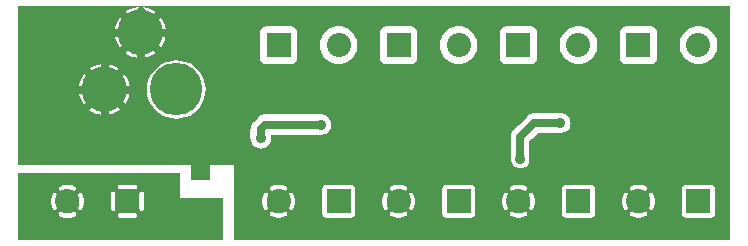
<source format=gbr>
G04 start of page 3 for group 1 idx 1 *
G04 Title: (unknown), solder *
G04 Creator: pcb 20110918 *
G04 CreationDate: Mon 25 Mar 2013 04:24:27 AM GMT UTC *
G04 For: ndholmes *
G04 Format: Gerber/RS-274X *
G04 PCB-Dimensions: 240000 80000 *
G04 PCB-Coordinate-Origin: lower left *
%MOIN*%
%FSLAX25Y25*%
%LNBOTTOM*%
%ADD34C,0.1100*%
%ADD33C,0.1250*%
%ADD32C,0.0480*%
%ADD31C,0.0200*%
%ADD30C,0.0360*%
%ADD29R,0.0630X0.0630*%
%ADD28C,0.1500*%
%ADD27C,0.1750*%
%ADD26C,0.0800*%
%ADD25C,0.0250*%
%ADD24C,0.0001*%
G54D24*G36*
X53920Y78991D02*X79113D01*
Y39698D01*
X79030Y39562D01*
X78822Y39060D01*
X78695Y38532D01*
X78695Y38532D01*
X78652Y37991D01*
X78663Y37856D01*
Y34991D01*
X78695Y34450D01*
X78822Y33922D01*
X79030Y33420D01*
X79113Y33284D01*
Y25991D01*
X53920D01*
Y41421D01*
X53935Y41420D01*
X55465Y41540D01*
X56957Y41899D01*
X58375Y42486D01*
X59684Y43288D01*
X60851Y44284D01*
X61847Y45451D01*
X62649Y46760D01*
X63236Y48178D01*
X63595Y49670D01*
X63685Y51200D01*
X63595Y52730D01*
X63236Y54222D01*
X62649Y55640D01*
X61847Y56949D01*
X60851Y58116D01*
X59684Y59112D01*
X58375Y59914D01*
X56957Y60501D01*
X55465Y60860D01*
X53935Y60980D01*
X53920Y60979D01*
Y78991D01*
G37*
G36*
X37090Y53445D02*X37254Y52838D01*
X37370Y52188D01*
X37428Y51530D01*
Y50870D01*
X37370Y50212D01*
X37254Y49562D01*
X37090Y48955D01*
Y53445D01*
G37*
G36*
X49090Y72445D02*X49254Y71838D01*
X49370Y71188D01*
X49428Y70530D01*
Y69870D01*
X49370Y69212D01*
X49254Y68562D01*
X49090Y67955D01*
Y72445D01*
G37*
G36*
Y42734D02*X49495Y42486D01*
X50913Y41899D01*
X52405Y41540D01*
X53920Y41421D01*
Y25991D01*
X49090D01*
Y42734D01*
G37*
G36*
Y78991D02*X53920D01*
Y60979D01*
X52405Y60860D01*
X50913Y60501D01*
X49495Y59914D01*
X49090Y59666D01*
Y65596D01*
X49465Y66239D01*
X49784Y66916D01*
X50042Y67619D01*
X50238Y68342D01*
X50369Y69080D01*
X50435Y69826D01*
Y70574D01*
X50369Y71321D01*
X50238Y72058D01*
X50042Y72781D01*
X49784Y73484D01*
X49465Y74161D01*
X49090Y74804D01*
Y78991D01*
G37*
G36*
X37090D02*X49090D01*
Y74804D01*
X49087Y74808D01*
X48654Y75419D01*
X48601Y75479D01*
X48539Y75528D01*
X48469Y75568D01*
X48395Y75596D01*
X48316Y75612D01*
X48237Y75616D01*
X48157Y75607D01*
X48080Y75586D01*
X48008Y75553D01*
X47941Y75509D01*
X47882Y75456D01*
X47832Y75393D01*
X47792Y75324D01*
X47764Y75249D01*
X47748Y75171D01*
X47744Y75091D01*
X47753Y75012D01*
X47774Y74935D01*
X47807Y74862D01*
X47852Y74796D01*
X48240Y74262D01*
X48573Y73692D01*
X48854Y73095D01*
X49082Y72475D01*
X49090Y72445D01*
Y67955D01*
X49082Y67925D01*
X48854Y67305D01*
X48573Y66708D01*
X48240Y66138D01*
X47858Y65599D01*
X47814Y65534D01*
X47781Y65463D01*
X47760Y65387D01*
X47752Y65309D01*
X47755Y65230D01*
X47771Y65153D01*
X47799Y65079D01*
X47838Y65011D01*
X47887Y64949D01*
X47945Y64896D01*
X48011Y64853D01*
X48083Y64821D01*
X48159Y64800D01*
X48237Y64791D01*
X48316Y64795D01*
X48393Y64811D01*
X48466Y64839D01*
X48535Y64878D01*
X48596Y64927D01*
X48648Y64986D01*
X49087Y65592D01*
X49090Y65596D01*
Y59666D01*
X48186Y59112D01*
X47019Y58116D01*
X46023Y56949D01*
X45221Y55640D01*
X44634Y54222D01*
X44275Y52730D01*
X44155Y51200D01*
X44275Y49670D01*
X44634Y48178D01*
X45221Y46760D01*
X46023Y45451D01*
X47019Y44284D01*
X48186Y43288D01*
X49090Y42734D01*
Y25991D01*
X37090D01*
Y46596D01*
X37465Y47239D01*
X37784Y47916D01*
X38042Y48619D01*
X38238Y49342D01*
X38369Y50080D01*
X38435Y50826D01*
Y51574D01*
X38369Y52321D01*
X38238Y53058D01*
X38042Y53781D01*
X37784Y54484D01*
X37465Y55161D01*
X37090Y55804D01*
Y63220D01*
X37327Y63048D01*
X37974Y62670D01*
X38651Y62351D01*
X39354Y62093D01*
X40077Y61897D01*
X40814Y61766D01*
X41561Y61700D01*
X42309D01*
X43056Y61766D01*
X43793Y61897D01*
X44516Y62093D01*
X45219Y62351D01*
X45896Y62670D01*
X46543Y63048D01*
X47154Y63481D01*
X47214Y63534D01*
X47263Y63596D01*
X47303Y63666D01*
X47331Y63740D01*
X47347Y63819D01*
X47351Y63898D01*
X47342Y63978D01*
X47321Y64055D01*
X47288Y64127D01*
X47244Y64194D01*
X47191Y64253D01*
X47128Y64303D01*
X47059Y64343D01*
X46984Y64371D01*
X46906Y64387D01*
X46826Y64391D01*
X46747Y64382D01*
X46670Y64361D01*
X46597Y64328D01*
X46531Y64283D01*
X45997Y63895D01*
X45427Y63562D01*
X44830Y63281D01*
X44210Y63053D01*
X43573Y62881D01*
X42923Y62765D01*
X42265Y62707D01*
X41605D01*
X40947Y62765D01*
X40297Y62881D01*
X39660Y63053D01*
X39040Y63281D01*
X38443Y63562D01*
X37873Y63895D01*
X37334Y64277D01*
X37269Y64321D01*
X37198Y64354D01*
X37122Y64375D01*
X37090Y64378D01*
Y76015D01*
X37123Y76018D01*
X37200Y76039D01*
X37273Y76072D01*
X37339Y76117D01*
X37873Y76505D01*
X38443Y76838D01*
X39040Y77119D01*
X39660Y77347D01*
X40297Y77519D01*
X40947Y77635D01*
X41605Y77693D01*
X42265D01*
X42923Y77635D01*
X43573Y77519D01*
X44210Y77347D01*
X44830Y77119D01*
X45427Y76838D01*
X45997Y76505D01*
X46536Y76123D01*
X46601Y76079D01*
X46672Y76046D01*
X46748Y76025D01*
X46826Y76017D01*
X46905Y76020D01*
X46982Y76036D01*
X47056Y76064D01*
X47124Y76103D01*
X47186Y76152D01*
X47239Y76210D01*
X47282Y76276D01*
X47314Y76348D01*
X47335Y76424D01*
X47344Y76502D01*
X47340Y76581D01*
X47324Y76658D01*
X47296Y76731D01*
X47257Y76800D01*
X47208Y76861D01*
X47149Y76913D01*
X46543Y77352D01*
X45896Y77730D01*
X45219Y78049D01*
X44516Y78307D01*
X43793Y78503D01*
X43056Y78634D01*
X42309Y78700D01*
X41561D01*
X40814Y78634D01*
X40077Y78503D01*
X39354Y78307D01*
X38651Y78049D01*
X37974Y77730D01*
X37327Y77352D01*
X37090Y77184D01*
Y78991D01*
G37*
G36*
X34780D02*X37090D01*
Y77184D01*
X36716Y76919D01*
X36656Y76866D01*
X36607Y76804D01*
X36567Y76734D01*
X36539Y76660D01*
X36523Y76581D01*
X36519Y76502D01*
X36528Y76422D01*
X36549Y76345D01*
X36582Y76273D01*
X36626Y76206D01*
X36679Y76147D01*
X36742Y76097D01*
X36811Y76057D01*
X36886Y76029D01*
X36964Y76013D01*
X37044Y76009D01*
X37090Y76015D01*
Y64378D01*
X37044Y64383D01*
X36965Y64380D01*
X36888Y64364D01*
X36814Y64336D01*
X36746Y64297D01*
X36684Y64248D01*
X36631Y64190D01*
X36588Y64124D01*
X36556Y64052D01*
X36535Y63976D01*
X36526Y63898D01*
X36530Y63819D01*
X36546Y63742D01*
X36574Y63669D01*
X36613Y63600D01*
X36662Y63539D01*
X36721Y63487D01*
X37090Y63220D01*
Y55804D01*
X37087Y55808D01*
X36654Y56419D01*
X36601Y56479D01*
X36539Y56528D01*
X36469Y56568D01*
X36395Y56596D01*
X36316Y56612D01*
X36237Y56616D01*
X36157Y56607D01*
X36080Y56586D01*
X36008Y56553D01*
X35941Y56509D01*
X35882Y56456D01*
X35832Y56393D01*
X35792Y56324D01*
X35764Y56249D01*
X35748Y56171D01*
X35744Y56091D01*
X35753Y56012D01*
X35774Y55935D01*
X35807Y55862D01*
X35852Y55796D01*
X36240Y55262D01*
X36573Y54692D01*
X36854Y54095D01*
X37082Y53475D01*
X37090Y53445D01*
Y48955D01*
X37082Y48925D01*
X36854Y48305D01*
X36573Y47708D01*
X36240Y47138D01*
X35858Y46599D01*
X35814Y46534D01*
X35781Y46463D01*
X35760Y46387D01*
X35752Y46309D01*
X35755Y46230D01*
X35771Y46153D01*
X35799Y46079D01*
X35838Y46011D01*
X35887Y45949D01*
X35945Y45896D01*
X36011Y45853D01*
X36083Y45821D01*
X36159Y45800D01*
X36237Y45791D01*
X36316Y45795D01*
X36393Y45811D01*
X36466Y45839D01*
X36535Y45878D01*
X36596Y45927D01*
X36648Y45986D01*
X37087Y46592D01*
X37090Y46596D01*
Y25991D01*
X34780D01*
Y44216D01*
X35154Y44481D01*
X35214Y44534D01*
X35263Y44596D01*
X35303Y44666D01*
X35331Y44740D01*
X35347Y44819D01*
X35351Y44898D01*
X35342Y44978D01*
X35321Y45055D01*
X35288Y45127D01*
X35244Y45194D01*
X35191Y45253D01*
X35128Y45303D01*
X35059Y45343D01*
X34984Y45371D01*
X34906Y45387D01*
X34826Y45391D01*
X34780Y45386D01*
Y57022D01*
X34826Y57017D01*
X34905Y57020D01*
X34982Y57036D01*
X35056Y57064D01*
X35124Y57103D01*
X35186Y57152D01*
X35239Y57210D01*
X35282Y57276D01*
X35314Y57348D01*
X35335Y57424D01*
X35344Y57502D01*
X35340Y57581D01*
X35324Y57658D01*
X35296Y57731D01*
X35257Y57800D01*
X35208Y57861D01*
X35149Y57913D01*
X34780Y58180D01*
Y65596D01*
X34783Y65592D01*
X35216Y64981D01*
X35269Y64921D01*
X35331Y64872D01*
X35401Y64832D01*
X35475Y64804D01*
X35554Y64788D01*
X35633Y64784D01*
X35713Y64793D01*
X35790Y64814D01*
X35862Y64847D01*
X35929Y64891D01*
X35988Y64944D01*
X36038Y65007D01*
X36078Y65076D01*
X36106Y65151D01*
X36122Y65229D01*
X36126Y65309D01*
X36117Y65388D01*
X36096Y65465D01*
X36063Y65538D01*
X36018Y65604D01*
X35630Y66138D01*
X35297Y66708D01*
X35016Y67305D01*
X34788Y67925D01*
X34780Y67955D01*
Y72445D01*
X34788Y72475D01*
X35016Y73095D01*
X35297Y73692D01*
X35630Y74262D01*
X36012Y74801D01*
X36056Y74866D01*
X36089Y74937D01*
X36110Y75013D01*
X36118Y75091D01*
X36115Y75170D01*
X36099Y75247D01*
X36071Y75321D01*
X36032Y75389D01*
X35983Y75451D01*
X35925Y75504D01*
X35859Y75547D01*
X35787Y75579D01*
X35711Y75600D01*
X35633Y75609D01*
X35554Y75605D01*
X35477Y75589D01*
X35404Y75561D01*
X35335Y75522D01*
X35274Y75473D01*
X35222Y75414D01*
X34783Y74808D01*
X34780Y74804D01*
Y78991D01*
G37*
G36*
Y67955D02*X34616Y68562D01*
X34500Y69212D01*
X34442Y69870D01*
Y70530D01*
X34500Y71188D01*
X34616Y71838D01*
X34780Y72445D01*
Y67955D01*
G37*
G36*
Y45386D02*X34747Y45382D01*
X34670Y45361D01*
X34597Y45328D01*
X34531Y45283D01*
X33997Y44895D01*
X33427Y44562D01*
X32830Y44281D01*
X32210Y44053D01*
X31573Y43881D01*
X30923Y43765D01*
X30265Y43707D01*
X29939D01*
Y58693D01*
X30265D01*
X30923Y58635D01*
X31573Y58519D01*
X32210Y58347D01*
X32830Y58119D01*
X33427Y57838D01*
X33997Y57505D01*
X34536Y57123D01*
X34601Y57079D01*
X34672Y57046D01*
X34748Y57025D01*
X34780Y57022D01*
Y45386D01*
G37*
G36*
Y25991D02*X29939D01*
Y42700D01*
X30309D01*
X31056Y42766D01*
X31793Y42897D01*
X32516Y43093D01*
X33219Y43351D01*
X33896Y43670D01*
X34543Y44048D01*
X34780Y44216D01*
Y25991D01*
G37*
G36*
X29939Y78991D02*X34780D01*
Y74804D01*
X34405Y74161D01*
X34086Y73484D01*
X33828Y72781D01*
X33632Y72058D01*
X33501Y71321D01*
X33435Y70574D01*
Y69826D01*
X33501Y69080D01*
X33632Y68342D01*
X33828Y67619D01*
X34086Y66916D01*
X34405Y66239D01*
X34780Y65596D01*
Y58180D01*
X34543Y58352D01*
X33896Y58730D01*
X33219Y59049D01*
X32516Y59307D01*
X31793Y59503D01*
X31056Y59634D01*
X30309Y59700D01*
X29939D01*
Y78991D01*
G37*
G36*
X22780D02*X29939D01*
Y59700D01*
X29561D01*
X28814Y59634D01*
X28077Y59503D01*
X27354Y59307D01*
X26651Y59049D01*
X25974Y58730D01*
X25327Y58352D01*
X24716Y57919D01*
X24656Y57866D01*
X24607Y57804D01*
X24567Y57734D01*
X24539Y57660D01*
X24523Y57581D01*
X24519Y57502D01*
X24528Y57422D01*
X24549Y57345D01*
X24582Y57273D01*
X24626Y57206D01*
X24679Y57147D01*
X24742Y57097D01*
X24811Y57057D01*
X24886Y57029D01*
X24964Y57013D01*
X25044Y57009D01*
X25123Y57018D01*
X25200Y57039D01*
X25273Y57072D01*
X25339Y57117D01*
X25873Y57505D01*
X26443Y57838D01*
X27040Y58119D01*
X27660Y58347D01*
X28297Y58519D01*
X28947Y58635D01*
X29605Y58693D01*
X29939D01*
Y43707D01*
X29605D01*
X28947Y43765D01*
X28297Y43881D01*
X27660Y44053D01*
X27040Y44281D01*
X26443Y44562D01*
X25873Y44895D01*
X25334Y45277D01*
X25269Y45321D01*
X25198Y45354D01*
X25122Y45375D01*
X25044Y45383D01*
X24965Y45380D01*
X24888Y45364D01*
X24814Y45336D01*
X24746Y45297D01*
X24684Y45248D01*
X24631Y45190D01*
X24588Y45124D01*
X24556Y45052D01*
X24535Y44976D01*
X24526Y44898D01*
X24530Y44819D01*
X24546Y44742D01*
X24574Y44669D01*
X24613Y44600D01*
X24662Y44539D01*
X24721Y44487D01*
X25327Y44048D01*
X25974Y43670D01*
X26651Y43351D01*
X27354Y43093D01*
X28077Y42897D01*
X28814Y42766D01*
X29561Y42700D01*
X29939D01*
Y25991D01*
X22780D01*
Y46596D01*
X22783Y46592D01*
X23216Y45981D01*
X23269Y45921D01*
X23331Y45872D01*
X23401Y45832D01*
X23475Y45804D01*
X23554Y45788D01*
X23633Y45784D01*
X23713Y45793D01*
X23790Y45814D01*
X23862Y45847D01*
X23929Y45891D01*
X23988Y45944D01*
X24038Y46007D01*
X24078Y46076D01*
X24106Y46151D01*
X24122Y46229D01*
X24126Y46309D01*
X24117Y46388D01*
X24096Y46465D01*
X24063Y46538D01*
X24018Y46604D01*
X23630Y47138D01*
X23297Y47708D01*
X23016Y48305D01*
X22788Y48925D01*
X22780Y48955D01*
Y53445D01*
X22788Y53475D01*
X23016Y54095D01*
X23297Y54692D01*
X23630Y55262D01*
X24012Y55801D01*
X24056Y55866D01*
X24089Y55937D01*
X24110Y56013D01*
X24118Y56091D01*
X24115Y56170D01*
X24099Y56247D01*
X24071Y56321D01*
X24032Y56389D01*
X23983Y56451D01*
X23925Y56504D01*
X23859Y56547D01*
X23787Y56579D01*
X23711Y56600D01*
X23633Y56609D01*
X23554Y56605D01*
X23477Y56589D01*
X23404Y56561D01*
X23335Y56522D01*
X23274Y56473D01*
X23222Y56414D01*
X22783Y55808D01*
X22780Y55804D01*
Y78991D01*
G37*
G36*
Y48955D02*X22616Y49562D01*
X22500Y50212D01*
X22442Y50870D01*
Y51530D01*
X22500Y52188D01*
X22616Y52838D01*
X22780Y53445D01*
Y48955D01*
G37*
G36*
X1113Y25991D02*Y78991D01*
X22780D01*
Y55804D01*
X22405Y55161D01*
X22086Y54484D01*
X21828Y53781D01*
X21632Y53058D01*
X21501Y52321D01*
X21435Y51574D01*
Y50826D01*
X21501Y50080D01*
X21632Y49342D01*
X21828Y48619D01*
X22086Y47916D01*
X22405Y47239D01*
X22780Y46596D01*
Y25991D01*
X1113D01*
G37*
G36*
X228000Y78991D02*X238613D01*
Y991D01*
X228000D01*
Y8507D01*
X232235Y8514D01*
X232465Y8569D01*
X232683Y8659D01*
X232884Y8783D01*
X233064Y8936D01*
X233217Y9116D01*
X233341Y9317D01*
X233431Y9535D01*
X233486Y9765D01*
X233500Y10000D01*
X233486Y18235D01*
X233431Y18465D01*
X233341Y18683D01*
X233217Y18884D01*
X233064Y19064D01*
X232884Y19217D01*
X232683Y19341D01*
X232465Y19431D01*
X232235Y19486D01*
X232000Y19500D01*
X228000Y19493D01*
Y59681D01*
X228989Y59758D01*
X229953Y59990D01*
X230869Y60369D01*
X231714Y60887D01*
X232469Y61531D01*
X233113Y62286D01*
X233631Y63131D01*
X234010Y64047D01*
X234242Y65011D01*
X234300Y66000D01*
X234242Y66989D01*
X234010Y67953D01*
X233631Y68869D01*
X233113Y69714D01*
X232469Y70469D01*
X231714Y71113D01*
X230869Y71631D01*
X229953Y72010D01*
X228989Y72242D01*
X228000Y72319D01*
Y78991D01*
G37*
G36*
X212493D02*X228000D01*
Y72319D01*
X227011Y72242D01*
X226047Y72010D01*
X225131Y71631D01*
X224286Y71113D01*
X223531Y70469D01*
X222887Y69714D01*
X222369Y68869D01*
X221990Y67953D01*
X221758Y66989D01*
X221681Y66000D01*
X221758Y65011D01*
X221990Y64047D01*
X222369Y63131D01*
X222887Y62286D01*
X223531Y61531D01*
X224286Y60887D01*
X225131Y60369D01*
X226047Y59990D01*
X227011Y59758D01*
X228000Y59681D01*
Y19493D01*
X223765Y19486D01*
X223535Y19431D01*
X223317Y19341D01*
X223116Y19217D01*
X222936Y19064D01*
X222783Y18884D01*
X222659Y18683D01*
X222569Y18465D01*
X222514Y18235D01*
X222500Y18000D01*
X222514Y9765D01*
X222569Y9535D01*
X222659Y9317D01*
X222783Y9116D01*
X222936Y8936D01*
X223116Y8783D01*
X223317Y8659D01*
X223535Y8569D01*
X223765Y8514D01*
X224000Y8500D01*
X228000Y8507D01*
Y991D01*
X212493D01*
Y11145D01*
X212578Y11181D01*
X212679Y11243D01*
X212769Y11319D01*
X212845Y11409D01*
X212905Y11511D01*
X213122Y11980D01*
X213289Y12469D01*
X213409Y12972D01*
X213482Y13484D01*
X213506Y14000D01*
X213482Y14516D01*
X213409Y15028D01*
X213289Y15531D01*
X213122Y16020D01*
X212910Y16492D01*
X212849Y16593D01*
X212772Y16684D01*
X212682Y16761D01*
X212580Y16823D01*
X212493Y16860D01*
Y59753D01*
X212713Y59806D01*
X213047Y59944D01*
X213356Y60134D01*
X213631Y60369D01*
X213866Y60644D01*
X214056Y60953D01*
X214194Y61287D01*
X214279Y61639D01*
X214300Y62000D01*
X214279Y70361D01*
X214194Y70713D01*
X214056Y71047D01*
X213866Y71356D01*
X213631Y71631D01*
X213356Y71866D01*
X213047Y72056D01*
X212713Y72194D01*
X212493Y72247D01*
Y78991D01*
G37*
G36*
Y991D02*X208002D01*
Y8494D01*
X208516Y8518D01*
X209028Y8591D01*
X209531Y8711D01*
X210020Y8878D01*
X210492Y9090D01*
X210593Y9151D01*
X210684Y9228D01*
X210761Y9318D01*
X210823Y9420D01*
X210869Y9529D01*
X210897Y9645D01*
X210906Y9763D01*
X210897Y9881D01*
X210870Y9997D01*
X210824Y10107D01*
X210762Y10208D01*
X210686Y10298D01*
X210595Y10376D01*
X210494Y10438D01*
X210385Y10484D01*
X210269Y10511D01*
X210151Y10521D01*
X210032Y10512D01*
X209917Y10484D01*
X209808Y10437D01*
X209468Y10279D01*
X209112Y10158D01*
X208747Y10070D01*
X208375Y10018D01*
X208002Y10000D01*
Y18000D01*
X208375Y17982D01*
X208747Y17930D01*
X209112Y17842D01*
X209468Y17721D01*
X209810Y17567D01*
X209918Y17520D01*
X210033Y17493D01*
X210151Y17483D01*
X210268Y17493D01*
X210383Y17521D01*
X210492Y17566D01*
X210593Y17628D01*
X210682Y17705D01*
X210759Y17795D01*
X210820Y17895D01*
X210865Y18004D01*
X210893Y18119D01*
X210902Y18237D01*
X210892Y18355D01*
X210865Y18469D01*
X210819Y18578D01*
X210757Y18679D01*
X210681Y18769D01*
X210591Y18845D01*
X210489Y18905D01*
X210020Y19122D01*
X209531Y19289D01*
X209028Y19409D01*
X208516Y19482D01*
X208002Y19506D01*
Y59710D01*
X212361Y59721D01*
X212493Y59753D01*
Y16860D01*
X212471Y16869D01*
X212355Y16897D01*
X212237Y16906D01*
X212119Y16897D01*
X212003Y16870D01*
X211893Y16824D01*
X211792Y16762D01*
X211702Y16686D01*
X211624Y16595D01*
X211562Y16494D01*
X211516Y16385D01*
X211489Y16269D01*
X211479Y16151D01*
X211488Y16032D01*
X211516Y15917D01*
X211563Y15808D01*
X211721Y15468D01*
X211842Y15112D01*
X211930Y14747D01*
X211982Y14375D01*
X212000Y14000D01*
X211982Y13625D01*
X211930Y13253D01*
X211842Y12888D01*
X211721Y12532D01*
X211567Y12190D01*
X211520Y12082D01*
X211493Y11967D01*
X211483Y11849D01*
X211493Y11732D01*
X211521Y11617D01*
X211566Y11508D01*
X211628Y11407D01*
X211705Y11318D01*
X211795Y11241D01*
X211895Y11180D01*
X212004Y11135D01*
X212119Y11107D01*
X212237Y11098D01*
X212355Y11108D01*
X212469Y11135D01*
X212493Y11145D01*
Y991D01*
G37*
G36*
X208002Y78991D02*X212493D01*
Y72247D01*
X212361Y72279D01*
X212000Y72300D01*
X208002Y72290D01*
Y78991D01*
G37*
G36*
X203507Y59753D02*X203639Y59721D01*
X204000Y59700D01*
X208002Y59710D01*
Y19506D01*
X208000Y19506D01*
X207484Y19482D01*
X206972Y19409D01*
X206469Y19289D01*
X205980Y19122D01*
X205508Y18910D01*
X205407Y18849D01*
X205316Y18772D01*
X205239Y18682D01*
X205177Y18580D01*
X205131Y18471D01*
X205103Y18355D01*
X205094Y18237D01*
X205103Y18119D01*
X205130Y18003D01*
X205176Y17893D01*
X205238Y17792D01*
X205314Y17702D01*
X205405Y17624D01*
X205506Y17562D01*
X205615Y17516D01*
X205731Y17489D01*
X205849Y17479D01*
X205968Y17488D01*
X206083Y17516D01*
X206192Y17563D01*
X206532Y17721D01*
X206888Y17842D01*
X207253Y17930D01*
X207625Y17982D01*
X208000Y18000D01*
X208002Y18000D01*
Y10000D01*
X208000Y10000D01*
X207625Y10018D01*
X207253Y10070D01*
X206888Y10158D01*
X206532Y10279D01*
X206190Y10433D01*
X206082Y10480D01*
X205967Y10507D01*
X205849Y10517D01*
X205732Y10507D01*
X205617Y10479D01*
X205508Y10434D01*
X205407Y10372D01*
X205318Y10295D01*
X205241Y10205D01*
X205180Y10105D01*
X205135Y9996D01*
X205107Y9881D01*
X205098Y9763D01*
X205108Y9645D01*
X205135Y9531D01*
X205181Y9422D01*
X205243Y9321D01*
X205319Y9231D01*
X205409Y9155D01*
X205511Y9095D01*
X205980Y8878D01*
X206469Y8711D01*
X206972Y8591D01*
X207484Y8518D01*
X208000Y8494D01*
X208002Y8494D01*
Y991D01*
X203507D01*
Y11140D01*
X203529Y11131D01*
X203645Y11103D01*
X203763Y11094D01*
X203881Y11103D01*
X203997Y11130D01*
X204107Y11176D01*
X204208Y11238D01*
X204298Y11314D01*
X204376Y11405D01*
X204438Y11506D01*
X204484Y11615D01*
X204511Y11731D01*
X204521Y11849D01*
X204512Y11968D01*
X204484Y12083D01*
X204437Y12192D01*
X204279Y12532D01*
X204158Y12888D01*
X204070Y13253D01*
X204018Y13625D01*
X204000Y14000D01*
X204018Y14375D01*
X204070Y14747D01*
X204158Y15112D01*
X204279Y15468D01*
X204433Y15810D01*
X204480Y15918D01*
X204507Y16033D01*
X204517Y16151D01*
X204507Y16268D01*
X204479Y16383D01*
X204434Y16492D01*
X204372Y16593D01*
X204295Y16682D01*
X204205Y16759D01*
X204105Y16820D01*
X203996Y16865D01*
X203881Y16893D01*
X203763Y16902D01*
X203645Y16892D01*
X203531Y16865D01*
X203507Y16855D01*
Y59753D01*
G37*
G36*
Y78991D02*X208002D01*
Y72290D01*
X203639Y72279D01*
X203507Y72247D01*
Y78991D01*
G37*
G36*
X188000D02*X203507D01*
Y72247D01*
X203287Y72194D01*
X202953Y72056D01*
X202644Y71866D01*
X202369Y71631D01*
X202134Y71356D01*
X201944Y71047D01*
X201806Y70713D01*
X201721Y70361D01*
X201700Y70000D01*
X201721Y61639D01*
X201806Y61287D01*
X201944Y60953D01*
X202134Y60644D01*
X202369Y60369D01*
X202644Y60134D01*
X202953Y59944D01*
X203287Y59806D01*
X203507Y59753D01*
Y16855D01*
X203422Y16819D01*
X203321Y16757D01*
X203231Y16681D01*
X203155Y16591D01*
X203095Y16489D01*
X202878Y16020D01*
X202711Y15531D01*
X202591Y15028D01*
X202518Y14516D01*
X202494Y14000D01*
X202518Y13484D01*
X202591Y12972D01*
X202711Y12469D01*
X202878Y11980D01*
X203090Y11508D01*
X203151Y11407D01*
X203228Y11316D01*
X203318Y11239D01*
X203420Y11177D01*
X203507Y11140D01*
Y991D01*
X188000D01*
Y8507D01*
X192235Y8514D01*
X192465Y8569D01*
X192683Y8659D01*
X192884Y8783D01*
X193064Y8936D01*
X193217Y9116D01*
X193341Y9317D01*
X193431Y9535D01*
X193486Y9765D01*
X193500Y10000D01*
X193486Y18235D01*
X193431Y18465D01*
X193341Y18683D01*
X193217Y18884D01*
X193064Y19064D01*
X192884Y19217D01*
X192683Y19341D01*
X192465Y19431D01*
X192235Y19486D01*
X192000Y19500D01*
X188000Y19493D01*
Y59681D01*
X188989Y59758D01*
X189953Y59990D01*
X190869Y60369D01*
X191714Y60887D01*
X192469Y61531D01*
X193113Y62286D01*
X193631Y63131D01*
X194010Y64047D01*
X194242Y65011D01*
X194300Y66000D01*
X194242Y66989D01*
X194010Y67953D01*
X193631Y68869D01*
X193113Y69714D01*
X192469Y70469D01*
X191714Y71113D01*
X190869Y71631D01*
X189953Y72010D01*
X188989Y72242D01*
X188000Y72319D01*
Y78991D01*
G37*
G36*
X172493D02*X188000D01*
Y72319D01*
X187011Y72242D01*
X186047Y72010D01*
X185131Y71631D01*
X184286Y71113D01*
X183531Y70469D01*
X182887Y69714D01*
X182369Y68869D01*
X181990Y67953D01*
X181758Y66989D01*
X181681Y66000D01*
X181758Y65011D01*
X181990Y64047D01*
X182369Y63131D01*
X182887Y62286D01*
X183531Y61531D01*
X184286Y60887D01*
X185131Y60369D01*
X186047Y59990D01*
X187011Y59758D01*
X188000Y59681D01*
Y19493D01*
X183765Y19486D01*
X183535Y19431D01*
X183317Y19341D01*
X183116Y19217D01*
X182936Y19064D01*
X182783Y18884D01*
X182659Y18683D01*
X182569Y18465D01*
X182514Y18235D01*
X182500Y18000D01*
X182514Y9765D01*
X182569Y9535D01*
X182659Y9317D01*
X182783Y9116D01*
X182936Y8936D01*
X183116Y8783D01*
X183317Y8659D01*
X183535Y8569D01*
X183765Y8514D01*
X184000Y8500D01*
X188000Y8507D01*
Y991D01*
X172493D01*
Y11145D01*
X172578Y11181D01*
X172679Y11243D01*
X172769Y11319D01*
X172845Y11409D01*
X172905Y11511D01*
X173122Y11980D01*
X173289Y12469D01*
X173409Y12972D01*
X173482Y13484D01*
X173506Y14000D01*
X173482Y14516D01*
X173409Y15028D01*
X173289Y15531D01*
X173122Y16020D01*
X172910Y16492D01*
X172849Y16593D01*
X172772Y16684D01*
X172682Y16761D01*
X172580Y16823D01*
X172493Y16860D01*
Y34774D01*
X174459Y36741D01*
X182113D01*
X182623Y36771D01*
X183120Y36891D01*
X183593Y37086D01*
X184029Y37354D01*
X184418Y37686D01*
X184750Y38075D01*
X185018Y38511D01*
X185213Y38984D01*
X185333Y39481D01*
X185373Y39991D01*
X185333Y40501D01*
X185213Y40998D01*
X185018Y41471D01*
X184750Y41907D01*
X184418Y42296D01*
X184029Y42628D01*
X183593Y42896D01*
X183120Y43091D01*
X182623Y43211D01*
X182113Y43241D01*
X173240D01*
X173113Y43251D01*
X172603Y43211D01*
X172493Y43184D01*
Y59753D01*
X172713Y59806D01*
X173047Y59944D01*
X173356Y60134D01*
X173631Y60369D01*
X173866Y60644D01*
X174056Y60953D01*
X174194Y61287D01*
X174279Y61639D01*
X174300Y62000D01*
X174279Y70361D01*
X174194Y70713D01*
X174056Y71047D01*
X173866Y71356D01*
X173631Y71631D01*
X173356Y71866D01*
X173047Y72056D01*
X172713Y72194D01*
X172493Y72247D01*
Y78991D01*
G37*
G36*
Y43184D02*X172106Y43091D01*
X171633Y42896D01*
X171197Y42628D01*
X171197Y42628D01*
X170808Y42296D01*
X170725Y42199D01*
X168002Y39476D01*
Y59710D01*
X172361Y59721D01*
X172493Y59753D01*
Y43184D01*
G37*
G36*
Y991D02*X168002D01*
Y8494D01*
X168516Y8518D01*
X169028Y8591D01*
X169531Y8711D01*
X170020Y8878D01*
X170492Y9090D01*
X170593Y9151D01*
X170684Y9228D01*
X170761Y9318D01*
X170823Y9420D01*
X170869Y9529D01*
X170897Y9645D01*
X170906Y9763D01*
X170897Y9881D01*
X170870Y9997D01*
X170824Y10107D01*
X170762Y10208D01*
X170686Y10298D01*
X170595Y10376D01*
X170494Y10438D01*
X170385Y10484D01*
X170269Y10511D01*
X170151Y10521D01*
X170032Y10512D01*
X169917Y10484D01*
X169808Y10437D01*
X169468Y10279D01*
X169112Y10158D01*
X168747Y10070D01*
X168375Y10018D01*
X168002Y10000D01*
Y18000D01*
X168375Y17982D01*
X168747Y17930D01*
X169112Y17842D01*
X169468Y17721D01*
X169810Y17567D01*
X169918Y17520D01*
X170033Y17493D01*
X170151Y17483D01*
X170268Y17493D01*
X170383Y17521D01*
X170492Y17566D01*
X170593Y17628D01*
X170682Y17705D01*
X170759Y17795D01*
X170820Y17895D01*
X170865Y18004D01*
X170893Y18119D01*
X170902Y18237D01*
X170892Y18355D01*
X170865Y18469D01*
X170819Y18578D01*
X170757Y18679D01*
X170681Y18769D01*
X170591Y18845D01*
X170489Y18905D01*
X170020Y19122D01*
X169531Y19289D01*
X169028Y19409D01*
X168516Y19482D01*
X168002Y19506D01*
Y25001D01*
X168134Y24969D01*
X168613Y24932D01*
X169092Y24969D01*
X169558Y25081D01*
X170002Y25265D01*
X170411Y25516D01*
X170776Y25828D01*
X171088Y26193D01*
X171339Y26602D01*
X171523Y27046D01*
X171635Y27512D01*
X171663Y27991D01*
Y33945D01*
X172493Y34774D01*
Y16860D01*
X172471Y16869D01*
X172355Y16897D01*
X172237Y16906D01*
X172119Y16897D01*
X172003Y16870D01*
X171893Y16824D01*
X171792Y16762D01*
X171702Y16686D01*
X171624Y16595D01*
X171562Y16494D01*
X171516Y16385D01*
X171489Y16269D01*
X171479Y16151D01*
X171488Y16032D01*
X171516Y15917D01*
X171563Y15808D01*
X171721Y15468D01*
X171842Y15112D01*
X171930Y14747D01*
X171982Y14375D01*
X172000Y14000D01*
X171982Y13625D01*
X171930Y13253D01*
X171842Y12888D01*
X171721Y12532D01*
X171567Y12190D01*
X171520Y12082D01*
X171493Y11967D01*
X171483Y11849D01*
X171493Y11732D01*
X171521Y11617D01*
X171566Y11508D01*
X171628Y11407D01*
X171705Y11318D01*
X171795Y11241D01*
X171895Y11180D01*
X172004Y11135D01*
X172119Y11107D01*
X172237Y11098D01*
X172355Y11108D01*
X172469Y11135D01*
X172493Y11145D01*
Y991D01*
G37*
G36*
X168002Y78991D02*X172493D01*
Y72247D01*
X172361Y72279D01*
X172000Y72300D01*
X168002Y72290D01*
Y78991D01*
G37*
G36*
X163507Y59753D02*X163639Y59721D01*
X164000Y59700D01*
X168002Y59710D01*
Y39476D01*
X166315Y37789D01*
X165976Y37407D01*
X165708Y36971D01*
X165513Y36498D01*
X165393Y36001D01*
X165353Y35491D01*
X165393Y34981D01*
X165513Y34484D01*
X165563Y34362D01*
Y27991D01*
X165591Y27512D01*
X165703Y27046D01*
X165887Y26602D01*
X166138Y26193D01*
X166450Y25828D01*
X166815Y25516D01*
X167224Y25265D01*
X167668Y25081D01*
X168002Y25001D01*
Y19506D01*
X168000Y19506D01*
X167484Y19482D01*
X166972Y19409D01*
X166469Y19289D01*
X165980Y19122D01*
X165508Y18910D01*
X165407Y18849D01*
X165316Y18772D01*
X165239Y18682D01*
X165177Y18580D01*
X165131Y18471D01*
X165103Y18355D01*
X165094Y18237D01*
X165103Y18119D01*
X165130Y18003D01*
X165176Y17893D01*
X165238Y17792D01*
X165314Y17702D01*
X165405Y17624D01*
X165506Y17562D01*
X165615Y17516D01*
X165731Y17489D01*
X165849Y17479D01*
X165968Y17488D01*
X166083Y17516D01*
X166192Y17563D01*
X166532Y17721D01*
X166888Y17842D01*
X167253Y17930D01*
X167625Y17982D01*
X168000Y18000D01*
X168002Y18000D01*
Y10000D01*
X168000Y10000D01*
X167625Y10018D01*
X167253Y10070D01*
X166888Y10158D01*
X166532Y10279D01*
X166190Y10433D01*
X166082Y10480D01*
X165967Y10507D01*
X165849Y10517D01*
X165732Y10507D01*
X165617Y10479D01*
X165508Y10434D01*
X165407Y10372D01*
X165318Y10295D01*
X165241Y10205D01*
X165180Y10105D01*
X165135Y9996D01*
X165107Y9881D01*
X165098Y9763D01*
X165108Y9645D01*
X165135Y9531D01*
X165181Y9422D01*
X165243Y9321D01*
X165319Y9231D01*
X165409Y9155D01*
X165511Y9095D01*
X165980Y8878D01*
X166469Y8711D01*
X166972Y8591D01*
X167484Y8518D01*
X168000Y8494D01*
X168002Y8494D01*
Y991D01*
X163507D01*
Y11140D01*
X163529Y11131D01*
X163645Y11103D01*
X163763Y11094D01*
X163881Y11103D01*
X163997Y11130D01*
X164107Y11176D01*
X164208Y11238D01*
X164298Y11314D01*
X164376Y11405D01*
X164438Y11506D01*
X164484Y11615D01*
X164511Y11731D01*
X164521Y11849D01*
X164512Y11968D01*
X164484Y12083D01*
X164437Y12192D01*
X164279Y12532D01*
X164158Y12888D01*
X164070Y13253D01*
X164018Y13625D01*
X164000Y14000D01*
X164018Y14375D01*
X164070Y14747D01*
X164158Y15112D01*
X164279Y15468D01*
X164433Y15810D01*
X164480Y15918D01*
X164507Y16033D01*
X164517Y16151D01*
X164507Y16268D01*
X164479Y16383D01*
X164434Y16492D01*
X164372Y16593D01*
X164295Y16682D01*
X164205Y16759D01*
X164105Y16820D01*
X163996Y16865D01*
X163881Y16893D01*
X163763Y16902D01*
X163645Y16892D01*
X163531Y16865D01*
X163507Y16855D01*
Y59753D01*
G37*
G36*
Y78991D02*X168002D01*
Y72290D01*
X163639Y72279D01*
X163507Y72247D01*
Y78991D01*
G37*
G36*
X148013D02*X163507D01*
Y72247D01*
X163287Y72194D01*
X162953Y72056D01*
X162644Y71866D01*
X162369Y71631D01*
X162134Y71356D01*
X161944Y71047D01*
X161806Y70713D01*
X161721Y70361D01*
X161700Y70000D01*
X161721Y61639D01*
X161806Y61287D01*
X161944Y60953D01*
X162134Y60644D01*
X162369Y60369D01*
X162644Y60134D01*
X162953Y59944D01*
X163287Y59806D01*
X163507Y59753D01*
Y16855D01*
X163422Y16819D01*
X163321Y16757D01*
X163231Y16681D01*
X163155Y16591D01*
X163095Y16489D01*
X162878Y16020D01*
X162711Y15531D01*
X162591Y15028D01*
X162518Y14516D01*
X162494Y14000D01*
X162518Y13484D01*
X162591Y12972D01*
X162711Y12469D01*
X162878Y11980D01*
X163090Y11508D01*
X163151Y11407D01*
X163228Y11316D01*
X163318Y11239D01*
X163420Y11177D01*
X163507Y11140D01*
Y991D01*
X148013D01*
Y8498D01*
X152248Y8505D01*
X152478Y8560D01*
X152696Y8650D01*
X152897Y8774D01*
X153077Y8927D01*
X153230Y9107D01*
X153354Y9308D01*
X153444Y9526D01*
X153499Y9756D01*
X153513Y9991D01*
X153499Y18226D01*
X153444Y18456D01*
X153354Y18674D01*
X153230Y18875D01*
X153077Y19055D01*
X152897Y19208D01*
X152696Y19332D01*
X152478Y19422D01*
X152248Y19477D01*
X152013Y19491D01*
X148013Y19484D01*
Y59672D01*
X149002Y59749D01*
X149966Y59981D01*
X150882Y60360D01*
X151727Y60878D01*
X152482Y61522D01*
X153126Y62277D01*
X153644Y63122D01*
X154023Y64038D01*
X154255Y65002D01*
X154313Y65991D01*
X154255Y66980D01*
X154023Y67944D01*
X153644Y68860D01*
X153126Y69705D01*
X152482Y70460D01*
X151727Y71104D01*
X150882Y71622D01*
X149966Y72001D01*
X149002Y72233D01*
X148013Y72310D01*
Y78991D01*
G37*
G36*
X132506D02*X148013D01*
Y72310D01*
X147024Y72233D01*
X146060Y72001D01*
X145144Y71622D01*
X144299Y71104D01*
X143544Y70460D01*
X142900Y69705D01*
X142382Y68860D01*
X142003Y67944D01*
X141771Y66980D01*
X141694Y65991D01*
X141771Y65002D01*
X142003Y64038D01*
X142382Y63122D01*
X142900Y62277D01*
X143544Y61522D01*
X144299Y60878D01*
X145144Y60360D01*
X146060Y59981D01*
X147024Y59749D01*
X148013Y59672D01*
Y19484D01*
X143778Y19477D01*
X143548Y19422D01*
X143330Y19332D01*
X143129Y19208D01*
X142949Y19055D01*
X142796Y18875D01*
X142672Y18674D01*
X142582Y18456D01*
X142527Y18226D01*
X142513Y17991D01*
X142527Y9756D01*
X142582Y9526D01*
X142672Y9308D01*
X142796Y9107D01*
X142949Y8927D01*
X143129Y8774D01*
X143330Y8650D01*
X143548Y8560D01*
X143778Y8505D01*
X144013Y8491D01*
X148013Y8498D01*
Y991D01*
X132506D01*
Y11136D01*
X132591Y11172D01*
X132692Y11234D01*
X132782Y11310D01*
X132858Y11400D01*
X132918Y11502D01*
X133135Y11971D01*
X133302Y12460D01*
X133422Y12963D01*
X133495Y13475D01*
X133519Y13991D01*
X133495Y14507D01*
X133422Y15019D01*
X133302Y15522D01*
X133135Y16011D01*
X132923Y16483D01*
X132862Y16584D01*
X132785Y16675D01*
X132695Y16752D01*
X132593Y16814D01*
X132506Y16851D01*
Y59744D01*
X132726Y59797D01*
X133060Y59935D01*
X133369Y60125D01*
X133644Y60360D01*
X133879Y60635D01*
X134069Y60944D01*
X134207Y61278D01*
X134292Y61630D01*
X134313Y61991D01*
X134292Y70352D01*
X134207Y70704D01*
X134069Y71038D01*
X133879Y71347D01*
X133644Y71622D01*
X133369Y71857D01*
X133060Y72047D01*
X132726Y72185D01*
X132506Y72238D01*
Y78991D01*
G37*
G36*
Y991D02*X128013D01*
Y8485D01*
X128529Y8509D01*
X129041Y8582D01*
X129544Y8702D01*
X130033Y8869D01*
X130505Y9081D01*
X130606Y9142D01*
X130697Y9219D01*
X130774Y9309D01*
X130836Y9411D01*
X130882Y9520D01*
X130910Y9636D01*
X130919Y9754D01*
X130910Y9872D01*
X130883Y9988D01*
X130837Y10098D01*
X130775Y10199D01*
X130699Y10289D01*
X130608Y10367D01*
X130507Y10429D01*
X130398Y10475D01*
X130282Y10502D01*
X130164Y10512D01*
X130045Y10503D01*
X129930Y10475D01*
X129821Y10428D01*
X129481Y10270D01*
X129125Y10149D01*
X128760Y10061D01*
X128388Y10009D01*
X128013Y9991D01*
Y17991D01*
X128388Y17973D01*
X128760Y17921D01*
X129125Y17833D01*
X129481Y17712D01*
X129823Y17558D01*
X129931Y17511D01*
X130046Y17484D01*
X130164Y17474D01*
X130281Y17484D01*
X130396Y17512D01*
X130505Y17557D01*
X130606Y17619D01*
X130695Y17696D01*
X130772Y17786D01*
X130833Y17886D01*
X130878Y17995D01*
X130906Y18110D01*
X130915Y18228D01*
X130905Y18346D01*
X130878Y18460D01*
X130832Y18569D01*
X130770Y18670D01*
X130694Y18760D01*
X130604Y18836D01*
X130502Y18896D01*
X130033Y19113D01*
X129544Y19280D01*
X129041Y19400D01*
X128529Y19473D01*
X128013Y19497D01*
Y59701D01*
X132374Y59712D01*
X132506Y59744D01*
Y16851D01*
X132484Y16860D01*
X132368Y16888D01*
X132250Y16897D01*
X132132Y16888D01*
X132016Y16861D01*
X131906Y16815D01*
X131805Y16753D01*
X131715Y16677D01*
X131637Y16586D01*
X131575Y16485D01*
X131529Y16376D01*
X131502Y16260D01*
X131492Y16142D01*
X131501Y16023D01*
X131529Y15908D01*
X131576Y15799D01*
X131734Y15459D01*
X131855Y15103D01*
X131943Y14738D01*
X131995Y14366D01*
X132013Y13991D01*
X131995Y13616D01*
X131943Y13244D01*
X131855Y12879D01*
X131734Y12523D01*
X131580Y12181D01*
X131533Y12073D01*
X131506Y11958D01*
X131496Y11840D01*
X131506Y11723D01*
X131534Y11608D01*
X131579Y11499D01*
X131641Y11398D01*
X131718Y11309D01*
X131808Y11232D01*
X131908Y11171D01*
X132017Y11126D01*
X132132Y11098D01*
X132250Y11089D01*
X132368Y11099D01*
X132482Y11126D01*
X132506Y11136D01*
Y991D01*
G37*
G36*
X128013Y78991D02*X132506D01*
Y72238D01*
X132374Y72270D01*
X132013Y72291D01*
X128013Y72281D01*
Y78991D01*
G37*
G36*
X123520Y59744D02*X123652Y59712D01*
X124013Y59691D01*
X128013Y59701D01*
Y19497D01*
X128013D01*
X127497Y19473D01*
X126985Y19400D01*
X126482Y19280D01*
X125993Y19113D01*
X125521Y18901D01*
X125420Y18840D01*
X125329Y18763D01*
X125252Y18673D01*
X125190Y18571D01*
X125144Y18462D01*
X125116Y18346D01*
X125107Y18228D01*
X125116Y18110D01*
X125143Y17994D01*
X125189Y17884D01*
X125251Y17783D01*
X125327Y17693D01*
X125418Y17615D01*
X125519Y17553D01*
X125628Y17507D01*
X125744Y17480D01*
X125862Y17470D01*
X125981Y17479D01*
X126096Y17507D01*
X126205Y17554D01*
X126545Y17712D01*
X126901Y17833D01*
X127266Y17921D01*
X127638Y17973D01*
X128013Y17991D01*
Y9991D01*
X127638Y10009D01*
X127266Y10061D01*
X126901Y10149D01*
X126545Y10270D01*
X126203Y10424D01*
X126095Y10471D01*
X125980Y10498D01*
X125862Y10508D01*
X125745Y10498D01*
X125630Y10470D01*
X125521Y10425D01*
X125420Y10363D01*
X125331Y10286D01*
X125254Y10196D01*
X125193Y10096D01*
X125148Y9987D01*
X125120Y9872D01*
X125111Y9754D01*
X125121Y9636D01*
X125148Y9522D01*
X125194Y9413D01*
X125256Y9312D01*
X125332Y9222D01*
X125422Y9146D01*
X125524Y9086D01*
X125993Y8869D01*
X126482Y8702D01*
X126985Y8582D01*
X127497Y8509D01*
X128013Y8485D01*
Y991D01*
X123520D01*
Y11131D01*
X123542Y11122D01*
X123658Y11094D01*
X123776Y11085D01*
X123894Y11094D01*
X124010Y11121D01*
X124120Y11167D01*
X124221Y11229D01*
X124311Y11305D01*
X124389Y11396D01*
X124451Y11497D01*
X124497Y11606D01*
X124524Y11722D01*
X124534Y11840D01*
X124525Y11959D01*
X124497Y12074D01*
X124450Y12183D01*
X124292Y12523D01*
X124171Y12879D01*
X124083Y13244D01*
X124031Y13616D01*
X124013Y13991D01*
X124031Y14366D01*
X124083Y14738D01*
X124171Y15103D01*
X124292Y15459D01*
X124446Y15801D01*
X124493Y15909D01*
X124520Y16024D01*
X124530Y16142D01*
X124520Y16259D01*
X124492Y16374D01*
X124447Y16483D01*
X124385Y16584D01*
X124308Y16673D01*
X124218Y16750D01*
X124118Y16811D01*
X124009Y16856D01*
X123894Y16884D01*
X123776Y16893D01*
X123658Y16883D01*
X123544Y16856D01*
X123520Y16846D01*
Y59744D01*
G37*
G36*
Y78991D02*X128013D01*
Y72281D01*
X123652Y72270D01*
X123520Y72238D01*
Y78991D01*
G37*
G36*
X108003D02*X123520D01*
Y72238D01*
X123300Y72185D01*
X122966Y72047D01*
X122657Y71857D01*
X122382Y71622D01*
X122147Y71347D01*
X121957Y71038D01*
X121819Y70704D01*
X121734Y70352D01*
X121713Y69991D01*
X121734Y61630D01*
X121819Y61278D01*
X121957Y60944D01*
X122147Y60635D01*
X122382Y60360D01*
X122657Y60125D01*
X122966Y59935D01*
X123300Y59797D01*
X123520Y59744D01*
Y16846D01*
X123435Y16810D01*
X123334Y16748D01*
X123244Y16672D01*
X123168Y16582D01*
X123108Y16480D01*
X122891Y16011D01*
X122724Y15522D01*
X122604Y15019D01*
X122531Y14507D01*
X122507Y13991D01*
X122531Y13475D01*
X122604Y12963D01*
X122724Y12460D01*
X122891Y11971D01*
X123103Y11499D01*
X123164Y11398D01*
X123241Y11307D01*
X123331Y11230D01*
X123433Y11168D01*
X123520Y11131D01*
Y991D01*
X108003D01*
Y8498D01*
X112248Y8505D01*
X112478Y8560D01*
X112696Y8650D01*
X112897Y8774D01*
X113077Y8927D01*
X113230Y9107D01*
X113354Y9308D01*
X113444Y9526D01*
X113499Y9756D01*
X113513Y9991D01*
X113499Y18226D01*
X113444Y18456D01*
X113354Y18674D01*
X113230Y18875D01*
X113077Y19055D01*
X112897Y19208D01*
X112696Y19332D01*
X112478Y19422D01*
X112248Y19477D01*
X112013Y19491D01*
X108003Y19484D01*
Y59672D01*
X108013Y59672D01*
X109002Y59749D01*
X109966Y59981D01*
X110882Y60360D01*
X111727Y60878D01*
X112482Y61522D01*
X113126Y62277D01*
X113644Y63122D01*
X114023Y64038D01*
X114255Y65002D01*
X114313Y65991D01*
X114255Y66980D01*
X114023Y67944D01*
X113644Y68860D01*
X113126Y69705D01*
X112482Y70460D01*
X111727Y71104D01*
X110882Y71622D01*
X109966Y72001D01*
X109002Y72233D01*
X108013Y72310D01*
X108003Y72310D01*
Y78991D01*
G37*
G36*
X92506D02*X108003D01*
Y72310D01*
X107024Y72233D01*
X106060Y72001D01*
X105144Y71622D01*
X104299Y71104D01*
X103544Y70460D01*
X102900Y69705D01*
X102382Y68860D01*
X102003Y67944D01*
X101771Y66980D01*
X101694Y65991D01*
X101771Y65002D01*
X102003Y64038D01*
X102382Y63122D01*
X102900Y62277D01*
X103544Y61522D01*
X104299Y60878D01*
X105144Y60360D01*
X106060Y59981D01*
X107024Y59749D01*
X108003Y59672D01*
Y19484D01*
X103778Y19477D01*
X103548Y19422D01*
X103330Y19332D01*
X103129Y19208D01*
X102949Y19055D01*
X102796Y18875D01*
X102672Y18674D01*
X102582Y18456D01*
X102527Y18226D01*
X102513Y17991D01*
X102527Y9756D01*
X102582Y9526D01*
X102672Y9308D01*
X102796Y9107D01*
X102949Y8927D01*
X103129Y8774D01*
X103330Y8650D01*
X103548Y8560D01*
X103778Y8505D01*
X104013Y8491D01*
X108003Y8498D01*
Y991D01*
X92506D01*
Y11136D01*
X92591Y11172D01*
X92692Y11234D01*
X92782Y11310D01*
X92858Y11400D01*
X92918Y11502D01*
X93135Y11971D01*
X93302Y12460D01*
X93422Y12963D01*
X93495Y13475D01*
X93519Y13991D01*
X93495Y14507D01*
X93422Y15019D01*
X93302Y15522D01*
X93135Y16011D01*
X92923Y16483D01*
X92862Y16584D01*
X92785Y16675D01*
X92695Y16752D01*
X92593Y16814D01*
X92506Y16851D01*
Y36041D01*
X102113D01*
X102654Y36073D01*
X103182Y36200D01*
X103684Y36408D01*
X104147Y36691D01*
X104560Y37044D01*
X104913Y37457D01*
X105196Y37920D01*
X105404Y38422D01*
X105531Y38950D01*
X105574Y39491D01*
X105531Y40032D01*
X105404Y40560D01*
X105196Y41062D01*
X104913Y41525D01*
X104560Y41938D01*
X104147Y42291D01*
X103684Y42574D01*
X103182Y42782D01*
X102654Y42909D01*
X102113Y42941D01*
X92506D01*
Y59744D01*
X92726Y59797D01*
X93060Y59935D01*
X93369Y60125D01*
X93644Y60360D01*
X93879Y60635D01*
X94069Y60944D01*
X94207Y61278D01*
X94292Y61630D01*
X94313Y61991D01*
X94292Y70352D01*
X94207Y70704D01*
X94069Y71038D01*
X93879Y71347D01*
X93644Y71622D01*
X93369Y71857D01*
X93060Y72047D01*
X92726Y72185D01*
X92506Y72238D01*
Y78991D01*
G37*
G36*
Y42941D02*X88013D01*
Y59701D01*
X92374Y59712D01*
X92506Y59744D01*
Y42941D01*
G37*
G36*
Y991D02*X88013D01*
Y8485D01*
X88529Y8509D01*
X89041Y8582D01*
X89544Y8702D01*
X90033Y8869D01*
X90505Y9081D01*
X90606Y9142D01*
X90697Y9219D01*
X90774Y9309D01*
X90836Y9411D01*
X90882Y9520D01*
X90910Y9636D01*
X90919Y9754D01*
X90910Y9872D01*
X90883Y9988D01*
X90837Y10098D01*
X90775Y10199D01*
X90699Y10289D01*
X90608Y10367D01*
X90507Y10429D01*
X90398Y10475D01*
X90282Y10502D01*
X90164Y10512D01*
X90045Y10503D01*
X89930Y10475D01*
X89821Y10428D01*
X89481Y10270D01*
X89125Y10149D01*
X88760Y10061D01*
X88388Y10009D01*
X88013Y9991D01*
Y17991D01*
X88388Y17973D01*
X88760Y17921D01*
X89125Y17833D01*
X89481Y17712D01*
X89823Y17558D01*
X89931Y17511D01*
X90046Y17484D01*
X90164Y17474D01*
X90281Y17484D01*
X90396Y17512D01*
X90505Y17557D01*
X90606Y17619D01*
X90695Y17696D01*
X90772Y17786D01*
X90833Y17886D01*
X90878Y17995D01*
X90906Y18110D01*
X90915Y18228D01*
X90905Y18346D01*
X90878Y18460D01*
X90832Y18569D01*
X90770Y18670D01*
X90694Y18760D01*
X90604Y18836D01*
X90502Y18896D01*
X90033Y19113D01*
X89544Y19280D01*
X89041Y19400D01*
X88529Y19473D01*
X88013Y19497D01*
Y36041D01*
X92506D01*
Y16851D01*
X92484Y16860D01*
X92368Y16888D01*
X92250Y16897D01*
X92132Y16888D01*
X92016Y16861D01*
X91906Y16815D01*
X91805Y16753D01*
X91715Y16677D01*
X91637Y16586D01*
X91575Y16485D01*
X91529Y16376D01*
X91502Y16260D01*
X91492Y16142D01*
X91501Y16023D01*
X91529Y15908D01*
X91576Y15799D01*
X91734Y15459D01*
X91855Y15103D01*
X91943Y14738D01*
X91995Y14366D01*
X92013Y13991D01*
X91995Y13616D01*
X91943Y13244D01*
X91855Y12879D01*
X91734Y12523D01*
X91580Y12181D01*
X91533Y12073D01*
X91506Y11958D01*
X91496Y11840D01*
X91506Y11723D01*
X91534Y11608D01*
X91579Y11499D01*
X91641Y11398D01*
X91718Y11309D01*
X91808Y11232D01*
X91908Y11171D01*
X92017Y11126D01*
X92132Y11098D01*
X92250Y11089D01*
X92368Y11099D01*
X92482Y11126D01*
X92506Y11136D01*
Y991D01*
G37*
G36*
X88013Y78991D02*X92506D01*
Y72238D01*
X92374Y72270D01*
X92013Y72291D01*
X88013Y72281D01*
Y78991D01*
G37*
G36*
X83520Y31840D02*X83684Y31908D01*
X84147Y32191D01*
X84560Y32544D01*
X84913Y32957D01*
X85196Y33420D01*
X85404Y33922D01*
X85531Y34450D01*
X85563Y34991D01*
Y36041D01*
X88013D01*
Y19497D01*
X88013D01*
X87497Y19473D01*
X86985Y19400D01*
X86482Y19280D01*
X85993Y19113D01*
X85521Y18901D01*
X85420Y18840D01*
X85329Y18763D01*
X85252Y18673D01*
X85190Y18571D01*
X85144Y18462D01*
X85116Y18346D01*
X85107Y18228D01*
X85116Y18110D01*
X85143Y17994D01*
X85189Y17884D01*
X85251Y17783D01*
X85327Y17693D01*
X85418Y17615D01*
X85519Y17553D01*
X85628Y17507D01*
X85744Y17480D01*
X85862Y17470D01*
X85981Y17479D01*
X86096Y17507D01*
X86205Y17554D01*
X86545Y17712D01*
X86901Y17833D01*
X87266Y17921D01*
X87638Y17973D01*
X88013Y17991D01*
Y9991D01*
X87638Y10009D01*
X87266Y10061D01*
X86901Y10149D01*
X86545Y10270D01*
X86203Y10424D01*
X86095Y10471D01*
X85980Y10498D01*
X85862Y10508D01*
X85745Y10498D01*
X85630Y10470D01*
X85521Y10425D01*
X85420Y10363D01*
X85331Y10286D01*
X85254Y10196D01*
X85193Y10096D01*
X85148Y9987D01*
X85120Y9872D01*
X85111Y9754D01*
X85121Y9636D01*
X85148Y9522D01*
X85194Y9413D01*
X85256Y9312D01*
X85332Y9222D01*
X85422Y9146D01*
X85524Y9086D01*
X85993Y8869D01*
X86482Y8702D01*
X86985Y8582D01*
X87497Y8509D01*
X88013Y8485D01*
Y991D01*
X83520D01*
Y11131D01*
X83542Y11122D01*
X83658Y11094D01*
X83776Y11085D01*
X83894Y11094D01*
X84010Y11121D01*
X84120Y11167D01*
X84221Y11229D01*
X84311Y11305D01*
X84389Y11396D01*
X84451Y11497D01*
X84497Y11606D01*
X84524Y11722D01*
X84534Y11840D01*
X84525Y11959D01*
X84497Y12074D01*
X84450Y12183D01*
X84292Y12523D01*
X84171Y12879D01*
X84083Y13244D01*
X84031Y13616D01*
X84013Y13991D01*
X84031Y14366D01*
X84083Y14738D01*
X84171Y15103D01*
X84292Y15459D01*
X84446Y15801D01*
X84493Y15909D01*
X84520Y16024D01*
X84530Y16142D01*
X84520Y16259D01*
X84492Y16374D01*
X84447Y16483D01*
X84385Y16584D01*
X84308Y16673D01*
X84218Y16750D01*
X84118Y16811D01*
X84009Y16856D01*
X83894Y16884D01*
X83776Y16893D01*
X83658Y16883D01*
X83544Y16856D01*
X83520Y16846D01*
Y31840D01*
G37*
G36*
Y59744D02*X83652Y59712D01*
X84013Y59691D01*
X88013Y59701D01*
Y42941D01*
X83748D01*
X83613Y42952D01*
X83520Y42944D01*
Y59744D01*
G37*
G36*
Y78991D02*X88013D01*
Y72281D01*
X83652Y72270D01*
X83520Y72238D01*
Y78991D01*
G37*
G36*
X73113D02*X83520D01*
Y72238D01*
X83300Y72185D01*
X82966Y72047D01*
X82657Y71857D01*
X82382Y71622D01*
X82147Y71347D01*
X81957Y71038D01*
X81819Y70704D01*
X81734Y70352D01*
X81713Y69991D01*
X81734Y61630D01*
X81819Y61278D01*
X81957Y60944D01*
X82147Y60635D01*
X82382Y60360D01*
X82657Y60125D01*
X82966Y59935D01*
X83300Y59797D01*
X83520Y59744D01*
Y42944D01*
X83072Y42909D01*
X82544Y42782D01*
X82042Y42574D01*
X81579Y42291D01*
X81579Y42291D01*
X81166Y41938D01*
X81078Y41835D01*
X79769Y40526D01*
X79666Y40438D01*
X79313Y40025D01*
X79030Y39562D01*
X78822Y39060D01*
X78695Y38532D01*
X78695Y38532D01*
X78652Y37991D01*
X78663Y37856D01*
Y34991D01*
X78695Y34450D01*
X78822Y33922D01*
X79030Y33420D01*
X79313Y32957D01*
X79666Y32544D01*
X80079Y32191D01*
X80542Y31908D01*
X81044Y31700D01*
X81572Y31573D01*
X82113Y31530D01*
X82654Y31573D01*
X83182Y31700D01*
X83520Y31840D01*
Y16846D01*
X83435Y16810D01*
X83334Y16748D01*
X83244Y16672D01*
X83168Y16582D01*
X83108Y16480D01*
X82891Y16011D01*
X82724Y15522D01*
X82604Y15019D01*
X82531Y14507D01*
X82507Y13991D01*
X82531Y13475D01*
X82604Y12963D01*
X82724Y12460D01*
X82891Y11971D01*
X83103Y11499D01*
X83164Y11398D01*
X83241Y11307D01*
X83331Y11230D01*
X83433Y11168D01*
X83520Y11131D01*
Y991D01*
X73113D01*
Y78991D01*
G37*
G36*
X69613Y14991D02*Y991D01*
X37652D01*
Y8432D01*
X40152D01*
X40270Y8439D01*
X40384Y8467D01*
X40494Y8512D01*
X40594Y8573D01*
X40684Y8650D01*
X40761Y8740D01*
X40822Y8840D01*
X40867Y8950D01*
X40895Y9064D01*
X40904Y9182D01*
X40895Y9300D01*
X40867Y9414D01*
X40822Y9524D01*
X40761Y9624D01*
X40684Y9714D01*
X40594Y9791D01*
X40494Y9852D01*
X40384Y9897D01*
X40270Y9925D01*
X40152Y9932D01*
X37652D01*
Y14991D01*
X41652D01*
Y11432D01*
X41659Y11314D01*
X41687Y11200D01*
X41732Y11090D01*
X41793Y10990D01*
X41870Y10900D01*
X41960Y10823D01*
X42060Y10762D01*
X42170Y10717D01*
X42284Y10689D01*
X42402Y10680D01*
X42520Y10689D01*
X42634Y10717D01*
X42744Y10762D01*
X42844Y10823D01*
X42934Y10900D01*
X43011Y10990D01*
X43072Y11090D01*
X43117Y11200D01*
X43145Y11314D01*
X43152Y11432D01*
Y14991D01*
X69613D01*
G37*
G36*
X37652Y991D02*X17654D01*
Y8426D01*
X18168Y8450D01*
X18680Y8523D01*
X19183Y8643D01*
X19672Y8810D01*
X20144Y9022D01*
X20245Y9083D01*
X20336Y9160D01*
X20413Y9250D01*
X20475Y9352D01*
X20521Y9461D01*
X20549Y9577D01*
X20558Y9695D01*
X20549Y9813D01*
X20522Y9929D01*
X20476Y10039D01*
X20414Y10140D01*
X20338Y10230D01*
X20247Y10308D01*
X20146Y10370D01*
X20037Y10416D01*
X19921Y10443D01*
X19803Y10453D01*
X19684Y10444D01*
X19569Y10416D01*
X19460Y10369D01*
X19120Y10211D01*
X18764Y10090D01*
X18399Y10002D01*
X18027Y9950D01*
X17654Y9932D01*
Y14991D01*
X21507D01*
X21582Y14679D01*
X21634Y14307D01*
X21652Y13932D01*
X21634Y13557D01*
X21582Y13185D01*
X21494Y12820D01*
X21373Y12464D01*
X21219Y12122D01*
X21172Y12014D01*
X21145Y11899D01*
X21135Y11781D01*
X21145Y11664D01*
X21173Y11549D01*
X21218Y11440D01*
X21280Y11339D01*
X21357Y11250D01*
X21447Y11173D01*
X21547Y11112D01*
X21656Y11067D01*
X21771Y11039D01*
X21889Y11030D01*
X22007Y11040D01*
X22121Y11067D01*
X22230Y11113D01*
X22331Y11175D01*
X22421Y11251D01*
X22497Y11341D01*
X22557Y11443D01*
X22774Y11912D01*
X22941Y12401D01*
X23061Y12904D01*
X23134Y13416D01*
X23158Y13932D01*
X23134Y14448D01*
X23061Y14960D01*
X23054Y14991D01*
X32152D01*
Y11432D01*
X32159Y11314D01*
X32187Y11200D01*
X32232Y11090D01*
X32293Y10990D01*
X32370Y10900D01*
X32460Y10823D01*
X32560Y10762D01*
X32670Y10717D01*
X32784Y10689D01*
X32902Y10680D01*
X33020Y10689D01*
X33134Y10717D01*
X33244Y10762D01*
X33344Y10823D01*
X33434Y10900D01*
X33511Y10990D01*
X33572Y11090D01*
X33617Y11200D01*
X33645Y11314D01*
X33652Y11432D01*
Y14991D01*
X37652D01*
Y9932D01*
X35152D01*
X35034Y9925D01*
X34920Y9897D01*
X34810Y9852D01*
X34710Y9791D01*
X34620Y9714D01*
X34543Y9624D01*
X34482Y9524D01*
X34437Y9414D01*
X34409Y9300D01*
X34400Y9182D01*
X34409Y9064D01*
X34437Y8950D01*
X34482Y8840D01*
X34543Y8740D01*
X34620Y8650D01*
X34710Y8573D01*
X34810Y8512D01*
X34920Y8467D01*
X35034Y8439D01*
X35152Y8432D01*
X37652D01*
Y991D01*
G37*
G36*
X17654D02*X1113D01*
Y14991D01*
X12250D01*
X12243Y14960D01*
X12170Y14448D01*
X12146Y13932D01*
X12170Y13416D01*
X12243Y12904D01*
X12363Y12401D01*
X12530Y11912D01*
X12742Y11440D01*
X12803Y11339D01*
X12880Y11248D01*
X12970Y11171D01*
X13072Y11109D01*
X13181Y11063D01*
X13297Y11035D01*
X13415Y11026D01*
X13533Y11035D01*
X13649Y11062D01*
X13759Y11108D01*
X13860Y11170D01*
X13950Y11246D01*
X14028Y11337D01*
X14090Y11438D01*
X14136Y11547D01*
X14163Y11663D01*
X14173Y11781D01*
X14164Y11900D01*
X14136Y12015D01*
X14089Y12124D01*
X13931Y12464D01*
X13810Y12820D01*
X13722Y13185D01*
X13670Y13557D01*
X13652Y13932D01*
X13670Y14307D01*
X13722Y14679D01*
X13797Y14991D01*
X17654D01*
Y9932D01*
X17652Y9932D01*
X17277Y9950D01*
X16905Y10002D01*
X16540Y10090D01*
X16184Y10211D01*
X15842Y10365D01*
X15734Y10412D01*
X15619Y10439D01*
X15501Y10449D01*
X15384Y10439D01*
X15269Y10411D01*
X15160Y10366D01*
X15059Y10304D01*
X14970Y10227D01*
X14893Y10137D01*
X14832Y10037D01*
X14787Y9928D01*
X14759Y9813D01*
X14750Y9695D01*
X14760Y9577D01*
X14787Y9463D01*
X14833Y9354D01*
X14895Y9253D01*
X14971Y9163D01*
X15061Y9087D01*
X15163Y9027D01*
X15632Y8810D01*
X16121Y8643D01*
X16624Y8523D01*
X17136Y8450D01*
X17652Y8426D01*
X17654Y8426D01*
Y991D01*
G37*
G36*
X42402Y23491D02*X55113D01*
Y9991D01*
X42402D01*
Y10680D01*
X42520Y10689D01*
X42634Y10717D01*
X42744Y10762D01*
X42844Y10823D01*
X42934Y10900D01*
X43011Y10990D01*
X43072Y11090D01*
X43117Y11200D01*
X43145Y11314D01*
X43152Y11432D01*
Y16432D01*
X43145Y16550D01*
X43117Y16664D01*
X43072Y16774D01*
X43011Y16874D01*
X42934Y16964D01*
X42844Y17041D01*
X42744Y17102D01*
X42634Y17147D01*
X42520Y17175D01*
X42402Y17184D01*
Y23491D01*
G37*
G36*
X37652D02*X42402D01*
Y17184D01*
X42284Y17175D01*
X42170Y17147D01*
X42060Y17102D01*
X41960Y17041D01*
X41870Y16964D01*
X41793Y16874D01*
X41732Y16774D01*
X41687Y16664D01*
X41659Y16550D01*
X41652Y16432D01*
Y11432D01*
X41659Y11314D01*
X41687Y11200D01*
X41732Y11090D01*
X41793Y10990D01*
X41870Y10900D01*
X41960Y10823D01*
X42060Y10762D01*
X42170Y10717D01*
X42284Y10689D01*
X42402Y10680D01*
Y9991D01*
X37652D01*
Y17932D01*
X40152D01*
X40270Y17939D01*
X40384Y17967D01*
X40494Y18012D01*
X40594Y18073D01*
X40684Y18150D01*
X40761Y18240D01*
X40822Y18340D01*
X40867Y18450D01*
X40895Y18564D01*
X40904Y18682D01*
X40895Y18800D01*
X40867Y18914D01*
X40822Y19024D01*
X40761Y19124D01*
X40684Y19214D01*
X40594Y19291D01*
X40494Y19352D01*
X40384Y19397D01*
X40270Y19425D01*
X40152Y19432D01*
X37652D01*
Y23491D01*
G37*
G36*
X32902D02*X37652D01*
Y19432D01*
X35152D01*
X35034Y19425D01*
X34920Y19397D01*
X34810Y19352D01*
X34710Y19291D01*
X34620Y19214D01*
X34543Y19124D01*
X34482Y19024D01*
X34437Y18914D01*
X34409Y18800D01*
X34400Y18682D01*
X34409Y18564D01*
X34437Y18450D01*
X34482Y18340D01*
X34543Y18240D01*
X34620Y18150D01*
X34710Y18073D01*
X34810Y18012D01*
X34920Y17967D01*
X35034Y17939D01*
X35152Y17932D01*
X37652D01*
Y9991D01*
X32902D01*
Y10680D01*
X33020Y10689D01*
X33134Y10717D01*
X33244Y10762D01*
X33344Y10823D01*
X33434Y10900D01*
X33511Y10990D01*
X33572Y11090D01*
X33617Y11200D01*
X33645Y11314D01*
X33652Y11432D01*
Y16432D01*
X33645Y16550D01*
X33617Y16664D01*
X33572Y16774D01*
X33511Y16874D01*
X33434Y16964D01*
X33344Y17041D01*
X33244Y17102D01*
X33134Y17147D01*
X33020Y17175D01*
X32902Y17184D01*
Y23491D01*
G37*
G36*
X22145D02*X32902D01*
Y17184D01*
X32784Y17175D01*
X32670Y17147D01*
X32560Y17102D01*
X32460Y17041D01*
X32370Y16964D01*
X32293Y16874D01*
X32232Y16774D01*
X32187Y16664D01*
X32159Y16550D01*
X32152Y16432D01*
Y11432D01*
X32159Y11314D01*
X32187Y11200D01*
X32232Y11090D01*
X32293Y10990D01*
X32370Y10900D01*
X32460Y10823D01*
X32560Y10762D01*
X32670Y10717D01*
X32784Y10689D01*
X32902Y10680D01*
Y9991D01*
X22145D01*
Y11077D01*
X22230Y11113D01*
X22331Y11175D01*
X22421Y11251D01*
X22497Y11341D01*
X22557Y11443D01*
X22774Y11912D01*
X22941Y12401D01*
X23061Y12904D01*
X23134Y13416D01*
X23158Y13932D01*
X23134Y14448D01*
X23061Y14960D01*
X22941Y15463D01*
X22774Y15952D01*
X22562Y16424D01*
X22501Y16525D01*
X22424Y16616D01*
X22334Y16693D01*
X22232Y16755D01*
X22145Y16792D01*
Y23491D01*
G37*
G36*
X17650D02*X22145D01*
Y16792D01*
X22123Y16801D01*
X22007Y16829D01*
X21889Y16838D01*
X21771Y16829D01*
X21655Y16802D01*
X21545Y16756D01*
X21444Y16694D01*
X21354Y16618D01*
X21276Y16527D01*
X21214Y16426D01*
X21168Y16317D01*
X21141Y16201D01*
X21131Y16083D01*
X21140Y15964D01*
X21168Y15849D01*
X21215Y15740D01*
X21373Y15400D01*
X21494Y15044D01*
X21582Y14679D01*
X21634Y14307D01*
X21652Y13932D01*
X21634Y13557D01*
X21582Y13185D01*
X21494Y12820D01*
X21373Y12464D01*
X21219Y12122D01*
X21172Y12014D01*
X21145Y11899D01*
X21135Y11781D01*
X21145Y11664D01*
X21173Y11549D01*
X21218Y11440D01*
X21280Y11339D01*
X21357Y11250D01*
X21447Y11173D01*
X21547Y11112D01*
X21656Y11067D01*
X21771Y11039D01*
X21889Y11030D01*
X22007Y11040D01*
X22121Y11067D01*
X22145Y11077D01*
Y9991D01*
X20496D01*
X20476Y10039D01*
X20414Y10140D01*
X20338Y10230D01*
X20247Y10308D01*
X20146Y10370D01*
X20037Y10416D01*
X19921Y10443D01*
X19803Y10453D01*
X19684Y10444D01*
X19569Y10416D01*
X19460Y10369D01*
X19120Y10211D01*
X18764Y10090D01*
X18399Y10002D01*
X18319Y9991D01*
X17650D01*
Y17932D01*
X17652Y17932D01*
X18027Y17914D01*
X18399Y17862D01*
X18764Y17774D01*
X19120Y17653D01*
X19462Y17499D01*
X19570Y17452D01*
X19685Y17425D01*
X19803Y17415D01*
X19920Y17425D01*
X20035Y17453D01*
X20144Y17498D01*
X20245Y17560D01*
X20334Y17637D01*
X20411Y17727D01*
X20472Y17827D01*
X20517Y17936D01*
X20545Y18051D01*
X20554Y18169D01*
X20544Y18287D01*
X20517Y18401D01*
X20471Y18510D01*
X20409Y18611D01*
X20333Y18701D01*
X20243Y18777D01*
X20141Y18837D01*
X19672Y19054D01*
X19183Y19221D01*
X18680Y19341D01*
X18168Y19414D01*
X17652Y19438D01*
X17650Y19438D01*
Y23491D01*
G37*
G36*
X13159D02*X17650D01*
Y19438D01*
X17136Y19414D01*
X16624Y19341D01*
X16121Y19221D01*
X15632Y19054D01*
X15160Y18842D01*
X15059Y18781D01*
X14968Y18704D01*
X14891Y18614D01*
X14829Y18512D01*
X14783Y18403D01*
X14755Y18287D01*
X14746Y18169D01*
X14755Y18051D01*
X14782Y17935D01*
X14828Y17825D01*
X14890Y17724D01*
X14966Y17634D01*
X15057Y17556D01*
X15158Y17494D01*
X15267Y17448D01*
X15383Y17421D01*
X15501Y17411D01*
X15620Y17420D01*
X15735Y17448D01*
X15844Y17495D01*
X16184Y17653D01*
X16540Y17774D01*
X16905Y17862D01*
X17277Y17914D01*
X17650Y17932D01*
Y9991D01*
X16985D01*
X16905Y10002D01*
X16540Y10090D01*
X16184Y10211D01*
X15842Y10365D01*
X15734Y10412D01*
X15619Y10439D01*
X15501Y10449D01*
X15384Y10439D01*
X15269Y10411D01*
X15160Y10366D01*
X15059Y10304D01*
X14970Y10227D01*
X14893Y10137D01*
X14832Y10037D01*
X14813Y9991D01*
X13159D01*
Y11072D01*
X13181Y11063D01*
X13297Y11035D01*
X13415Y11026D01*
X13533Y11035D01*
X13649Y11062D01*
X13759Y11108D01*
X13860Y11170D01*
X13950Y11246D01*
X14028Y11337D01*
X14090Y11438D01*
X14136Y11547D01*
X14163Y11663D01*
X14173Y11781D01*
X14164Y11900D01*
X14136Y12015D01*
X14089Y12124D01*
X13931Y12464D01*
X13810Y12820D01*
X13722Y13185D01*
X13670Y13557D01*
X13652Y13932D01*
X13670Y14307D01*
X13722Y14679D01*
X13810Y15044D01*
X13931Y15400D01*
X14085Y15742D01*
X14132Y15850D01*
X14159Y15965D01*
X14169Y16083D01*
X14159Y16200D01*
X14131Y16315D01*
X14086Y16424D01*
X14024Y16525D01*
X13947Y16614D01*
X13857Y16691D01*
X13757Y16752D01*
X13648Y16797D01*
X13533Y16825D01*
X13415Y16834D01*
X13297Y16824D01*
X13183Y16797D01*
X13159Y16787D01*
Y23491D01*
G37*
G36*
X1113Y9991D02*Y23491D01*
X13159D01*
Y16787D01*
X13074Y16751D01*
X12973Y16689D01*
X12883Y16613D01*
X12807Y16523D01*
X12747Y16421D01*
X12530Y15952D01*
X12363Y15463D01*
X12243Y14960D01*
X12170Y14448D01*
X12146Y13932D01*
X12170Y13416D01*
X12243Y12904D01*
X12363Y12401D01*
X12530Y11912D01*
X12742Y11440D01*
X12803Y11339D01*
X12880Y11248D01*
X12970Y11171D01*
X13072Y11109D01*
X13159Y11072D01*
Y9991D01*
X1113D01*
G37*
G54D25*X128113Y65891D02*X128013Y65991D01*
X82113Y34991D02*Y37991D01*
X83613Y39491D01*
X102113D01*
X208113Y65887D02*X208000Y66000D01*
X168613Y27991D02*Y35491D01*
X173113Y39991D01*
X182113D01*
X30113Y40491D02*Y62491D01*
X40113Y50991D02*X18613D01*
X22113Y43491D02*X37613Y58991D01*
X37113Y44491D02*X22613Y58991D01*
X30613Y69991D02*X56113D01*
X49113Y77491D02*X35113Y63491D01*
X49613Y62991D02*X49113D01*
X35113Y76991D01*
X42113Y60491D02*Y77491D01*
G54D24*G36*
X224000Y18000D02*Y10000D01*
X232000D01*
Y18000D01*
X224000D01*
G37*
G54D26*X208000Y14000D03*
G54D24*G36*
X184000Y18000D02*Y10000D01*
X192000D01*
Y18000D01*
X184000D01*
G37*
G54D26*X168000Y14000D03*
G54D24*G36*
X144013Y17991D02*Y9991D01*
X152013D01*
Y17991D01*
X144013D01*
G37*
G36*
X204000Y70000D02*Y62000D01*
X212000D01*
Y70000D01*
X204000D01*
G37*
G54D26*X228000Y66000D03*
G54D24*G36*
X164000Y70000D02*Y62000D01*
X172000D01*
Y70000D01*
X164000D01*
G37*
G54D26*X188000Y66000D03*
G54D24*G36*
X124013Y69991D02*Y61991D01*
X132013D01*
Y69991D01*
X124013D01*
G37*
G36*
X84013D02*Y61991D01*
X92013D01*
Y69991D01*
X84013D01*
G37*
G54D26*X108013Y65991D03*
G54D27*X53935Y51200D03*
G54D28*X29935D03*
X41935Y70200D03*
G54D26*X148013Y65991D03*
G54D24*G36*
X104013Y17991D02*Y9991D01*
X112013D01*
Y17991D01*
X104013D01*
G37*
G54D26*X128013Y13991D03*
X88013D03*
G54D24*G36*
X33652Y17932D02*Y9932D01*
X41652D01*
Y17932D01*
X33652D01*
G37*
G54D26*X17652Y13932D03*
G54D29*X62056Y10963D02*Y4664D01*
Y30648D02*Y24349D01*
G54D30*X102113Y39491D03*
X82113Y34991D03*
X48613Y3991D03*
X52113Y20491D03*
Y15491D03*
X182000Y40000D03*
X168613Y27991D03*
X42613Y3991D03*
X36613D03*
X30613D03*
X24613D03*
X18613D03*
G54D31*G54D32*G54D33*G54D34*G54D32*M02*

</source>
